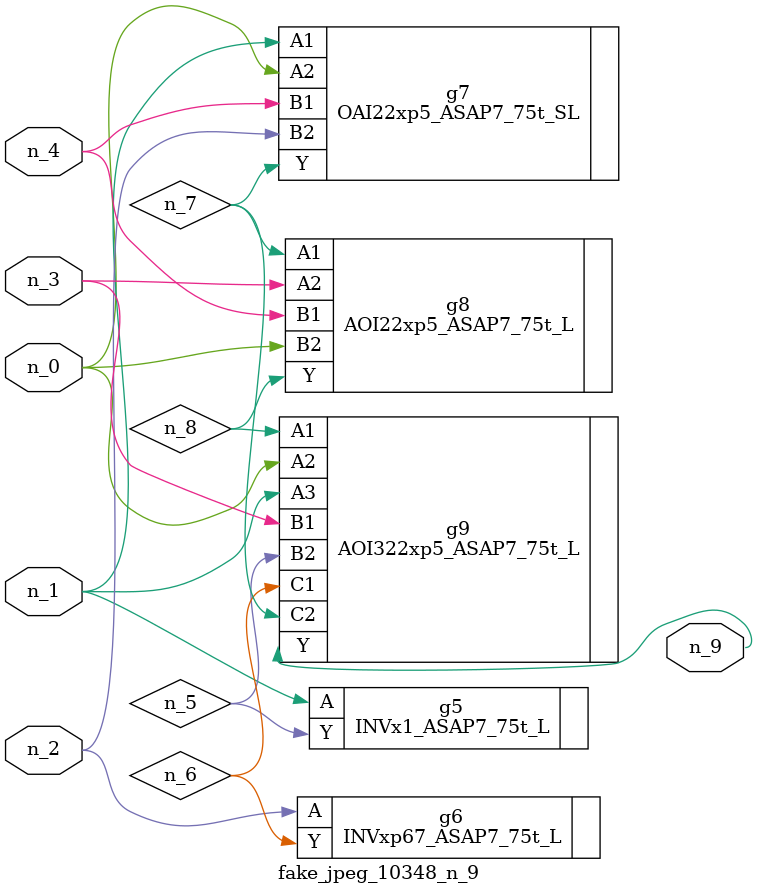
<source format=v>
module fake_jpeg_10348_n_9 (n_3, n_2, n_1, n_0, n_4, n_9);

input n_3;
input n_2;
input n_1;
input n_0;
input n_4;

output n_9;

wire n_8;
wire n_6;
wire n_5;
wire n_7;

INVx1_ASAP7_75t_L g5 ( 
.A(n_1),
.Y(n_5)
);

INVxp67_ASAP7_75t_L g6 ( 
.A(n_2),
.Y(n_6)
);

OAI22xp5_ASAP7_75t_SL g7 ( 
.A1(n_1),
.A2(n_0),
.B1(n_4),
.B2(n_2),
.Y(n_7)
);

AOI22xp5_ASAP7_75t_L g8 ( 
.A1(n_7),
.A2(n_3),
.B1(n_4),
.B2(n_0),
.Y(n_8)
);

AOI322xp5_ASAP7_75t_L g9 ( 
.A1(n_8),
.A2(n_0),
.A3(n_1),
.B1(n_3),
.B2(n_5),
.C1(n_6),
.C2(n_7),
.Y(n_9)
);


endmodule
</source>
